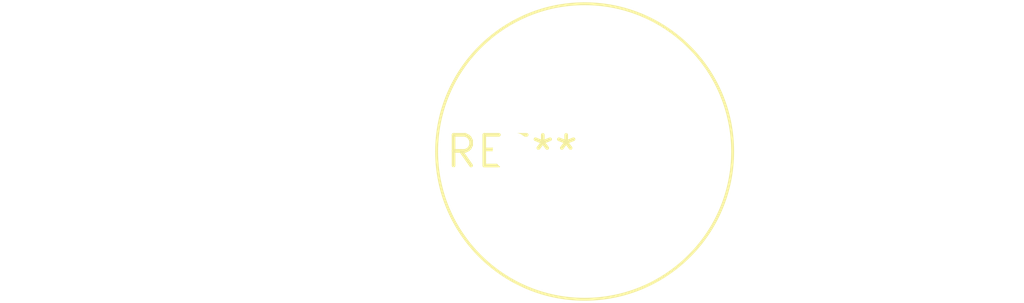
<source format=kicad_pcb>
(kicad_pcb (version 20240108) (generator pcbnew)
  (layers (0 "F.Cu" signal) (31 "B.Cu" signal) (34 "B.Paste" user) (35 "F.Paste" user) (36 "B.SilkS" user "B.Silkscreen") (37 "F.SilkS" user "F.Silkscreen") (38 "B.Mask" user) (39 "F.Mask" user) (44 "Edge.Cuts" user))
  (net 0 "")
  (footprint "L_Radial_D12.0mm_P6.00mm_Murata_1900R" (layer "F.Cu") (at 0 0)
    (property "Reference" "REF**")
    (property "Value" "L_Radial_D12.0mm_P6.00mm_Murata_1900R")
    (fp_circle (center 3 0) (end 9.12 0) (layer "F.SilkS") (stroke (width 0.12)) (fill none))
    (pad "1" thru_hole circle (at 0 0) (size 3.2 3.2) (drill 1.6) (layers *.Cu *.Mask) (remove_unused_layers))
    (pad "2" thru_hole circle (at 6 0) (size 3.2 3.2) (drill 1.6) (layers *.Cu *.Mask) (remove_unused_layers))
  )
)
</source>
